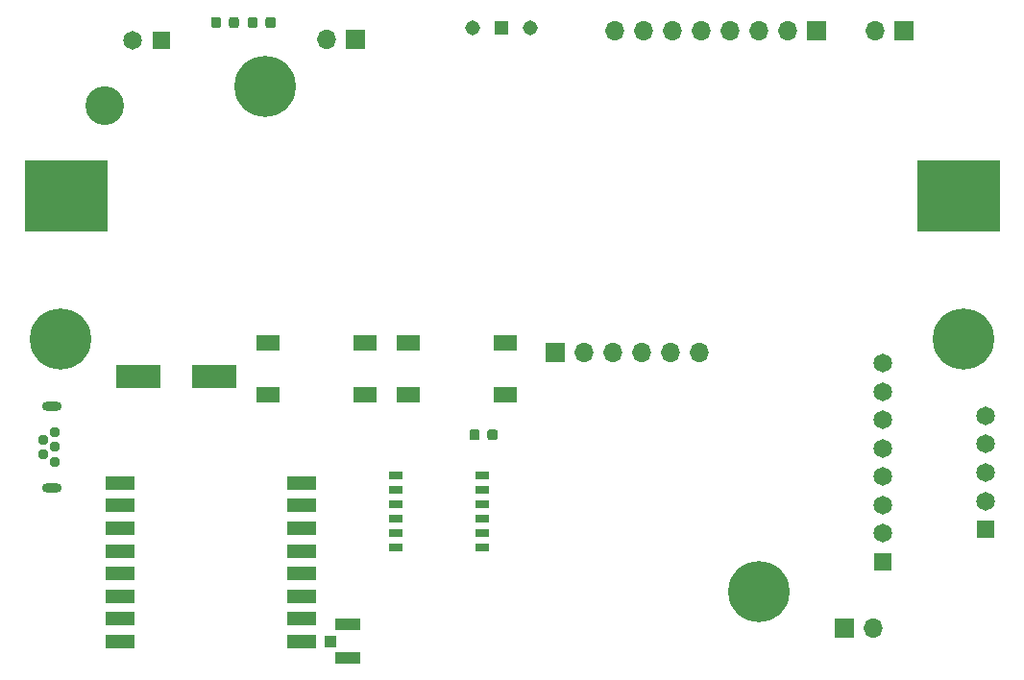
<source format=gts>
G04 #@! TF.GenerationSoftware,KiCad,Pcbnew,5.1.5+dfsg1-2build2*
G04 #@! TF.CreationDate,2022-03-24T14:40:24+01:00*
G04 #@! TF.ProjectId,EcoApi_pcb,45636f41-7069-45f7-9063-622e6b696361,rev?*
G04 #@! TF.SameCoordinates,Original*
G04 #@! TF.FileFunction,Soldermask,Top*
G04 #@! TF.FilePolarity,Negative*
%FSLAX46Y46*%
G04 Gerber Fmt 4.6, Leading zero omitted, Abs format (unit mm)*
G04 Created by KiCad (PCBNEW 5.1.5+dfsg1-2build2) date 2022-03-24 14:40:24*
%MOMM*%
%LPD*%
G04 APERTURE LIST*
%ADD10C,1.650000*%
%ADD11R,1.650000X1.650000*%
%ADD12O,1.700000X1.700000*%
%ADD13R,1.700000X1.700000*%
%ADD14C,1.308000*%
%ADD15R,1.308000X1.308000*%
%ADD16R,2.200000X1.050000*%
%ADD17R,1.050000X1.000000*%
%ADD18C,0.800000*%
%ADD19C,5.400000*%
%ADD20R,2.500000X1.200000*%
%ADD21R,2.100000X1.400000*%
%ADD22R,1.270000X0.760000*%
%ADD23O,1.716000X0.858000*%
%ADD24C,0.948000*%
%ADD25C,0.100000*%
%ADD26R,4.000000X2.150000*%
%ADD27R,7.350000X6.350000*%
%ADD28C,3.406000*%
G04 APERTURE END LIST*
D10*
X216916000Y-69114000D03*
X216916000Y-71614000D03*
X216916000Y-74114000D03*
X216916000Y-76614000D03*
X216916000Y-79114000D03*
X216916000Y-81614000D03*
X216916000Y-84114000D03*
D11*
X216916000Y-86614000D03*
D12*
X193300000Y-39790000D03*
X195840000Y-39790000D03*
X198380000Y-39790000D03*
X200920000Y-39790000D03*
X203460000Y-39790000D03*
X206000000Y-39790000D03*
X208540000Y-39790000D03*
D13*
X211080000Y-39790000D03*
D14*
X185860000Y-39540000D03*
X180780000Y-39540000D03*
D15*
X183320000Y-39540000D03*
D16*
X169760000Y-95085000D03*
D17*
X168235000Y-93610000D03*
D16*
X169760000Y-92135000D03*
D12*
X216140000Y-92450000D03*
D13*
X213600000Y-92450000D03*
D12*
X216250000Y-39790000D03*
D13*
X218790000Y-39790000D03*
D18*
X207481891Y-87818109D03*
X206050000Y-87225000D03*
X204618109Y-87818109D03*
X204025000Y-89250000D03*
X204618109Y-90681891D03*
X206050000Y-91275000D03*
X207481891Y-90681891D03*
X208075000Y-89250000D03*
D19*
X206050000Y-89250000D03*
D18*
X163981891Y-43318109D03*
X162550000Y-42725000D03*
X161118109Y-43318109D03*
X160525000Y-44750000D03*
X161118109Y-46181891D03*
X162550000Y-46775000D03*
X163981891Y-46181891D03*
X164575000Y-44750000D03*
D19*
X162550000Y-44750000D03*
D18*
X225531891Y-65568109D03*
X224100000Y-64975000D03*
X222668109Y-65568109D03*
X222075000Y-67000000D03*
X222668109Y-68431891D03*
X224100000Y-69025000D03*
X225531891Y-68431891D03*
X226125000Y-67000000D03*
D19*
X224100000Y-67000000D03*
D18*
X145931891Y-65568109D03*
X144500000Y-64975000D03*
X143068109Y-65568109D03*
X142475000Y-67000000D03*
X143068109Y-68431891D03*
X144500000Y-69025000D03*
X145931891Y-68431891D03*
X146525000Y-67000000D03*
D19*
X144500000Y-67000000D03*
D20*
X149750000Y-79650000D03*
X149750000Y-81650000D03*
X149750000Y-83650000D03*
X149750000Y-85650000D03*
X149750000Y-87650000D03*
X149750000Y-89650000D03*
X149750000Y-91650000D03*
X149750000Y-93650000D03*
X165750000Y-93650000D03*
X165750000Y-91650000D03*
X165750000Y-89650000D03*
X165750000Y-87650000D03*
X165750000Y-85650000D03*
X165750000Y-83650000D03*
X165750000Y-81650000D03*
X165750000Y-79650000D03*
D21*
X162800000Y-71850000D03*
X171350000Y-71850000D03*
X171350000Y-67350000D03*
X162800000Y-67350000D03*
D22*
X181610000Y-79045000D03*
X181610000Y-80315000D03*
X181610000Y-81585000D03*
X181610000Y-82855000D03*
X181610000Y-84125000D03*
X181610000Y-85395000D03*
X173990000Y-85395000D03*
X173990000Y-84125000D03*
X173990000Y-82855000D03*
X173990000Y-81585000D03*
X173990000Y-80315000D03*
X173990000Y-79045000D03*
D21*
X175150000Y-71850000D03*
X183700000Y-71850000D03*
X183700000Y-67350000D03*
X175150000Y-67350000D03*
D10*
X226050000Y-73750000D03*
X226050000Y-76250000D03*
X226050000Y-78750000D03*
X226050000Y-81250000D03*
D11*
X226050000Y-83750000D03*
D12*
X200800000Y-68150000D03*
X198260000Y-68150000D03*
X195720000Y-68150000D03*
X193180000Y-68150000D03*
X190640000Y-68150000D03*
D13*
X188100000Y-68150000D03*
D12*
X167960000Y-40600000D03*
D13*
X170500000Y-40600000D03*
D10*
X150830000Y-40650000D03*
D11*
X153330000Y-40650000D03*
D23*
X143730000Y-80075000D03*
X143730000Y-72925000D03*
D24*
X143950000Y-77800000D03*
X142950000Y-77150000D03*
X143950000Y-76500000D03*
X142950000Y-75850000D03*
X143950000Y-75200000D03*
D25*
G36*
X182787691Y-74946053D02*
G01*
X182808926Y-74949203D01*
X182829750Y-74954419D01*
X182849962Y-74961651D01*
X182869368Y-74970830D01*
X182887781Y-74981866D01*
X182905024Y-74994654D01*
X182920930Y-75009070D01*
X182935346Y-75024976D01*
X182948134Y-75042219D01*
X182959170Y-75060632D01*
X182968349Y-75080038D01*
X182975581Y-75100250D01*
X182980797Y-75121074D01*
X182983947Y-75142309D01*
X182985000Y-75163750D01*
X182985000Y-75676250D01*
X182983947Y-75697691D01*
X182980797Y-75718926D01*
X182975581Y-75739750D01*
X182968349Y-75759962D01*
X182959170Y-75779368D01*
X182948134Y-75797781D01*
X182935346Y-75815024D01*
X182920930Y-75830930D01*
X182905024Y-75845346D01*
X182887781Y-75858134D01*
X182869368Y-75869170D01*
X182849962Y-75878349D01*
X182829750Y-75885581D01*
X182808926Y-75890797D01*
X182787691Y-75893947D01*
X182766250Y-75895000D01*
X182328750Y-75895000D01*
X182307309Y-75893947D01*
X182286074Y-75890797D01*
X182265250Y-75885581D01*
X182245038Y-75878349D01*
X182225632Y-75869170D01*
X182207219Y-75858134D01*
X182189976Y-75845346D01*
X182174070Y-75830930D01*
X182159654Y-75815024D01*
X182146866Y-75797781D01*
X182135830Y-75779368D01*
X182126651Y-75759962D01*
X182119419Y-75739750D01*
X182114203Y-75718926D01*
X182111053Y-75697691D01*
X182110000Y-75676250D01*
X182110000Y-75163750D01*
X182111053Y-75142309D01*
X182114203Y-75121074D01*
X182119419Y-75100250D01*
X182126651Y-75080038D01*
X182135830Y-75060632D01*
X182146866Y-75042219D01*
X182159654Y-75024976D01*
X182174070Y-75009070D01*
X182189976Y-74994654D01*
X182207219Y-74981866D01*
X182225632Y-74970830D01*
X182245038Y-74961651D01*
X182265250Y-74954419D01*
X182286074Y-74949203D01*
X182307309Y-74946053D01*
X182328750Y-74945000D01*
X182766250Y-74945000D01*
X182787691Y-74946053D01*
G37*
G36*
X181212691Y-74946053D02*
G01*
X181233926Y-74949203D01*
X181254750Y-74954419D01*
X181274962Y-74961651D01*
X181294368Y-74970830D01*
X181312781Y-74981866D01*
X181330024Y-74994654D01*
X181345930Y-75009070D01*
X181360346Y-75024976D01*
X181373134Y-75042219D01*
X181384170Y-75060632D01*
X181393349Y-75080038D01*
X181400581Y-75100250D01*
X181405797Y-75121074D01*
X181408947Y-75142309D01*
X181410000Y-75163750D01*
X181410000Y-75676250D01*
X181408947Y-75697691D01*
X181405797Y-75718926D01*
X181400581Y-75739750D01*
X181393349Y-75759962D01*
X181384170Y-75779368D01*
X181373134Y-75797781D01*
X181360346Y-75815024D01*
X181345930Y-75830930D01*
X181330024Y-75845346D01*
X181312781Y-75858134D01*
X181294368Y-75869170D01*
X181274962Y-75878349D01*
X181254750Y-75885581D01*
X181233926Y-75890797D01*
X181212691Y-75893947D01*
X181191250Y-75895000D01*
X180753750Y-75895000D01*
X180732309Y-75893947D01*
X180711074Y-75890797D01*
X180690250Y-75885581D01*
X180670038Y-75878349D01*
X180650632Y-75869170D01*
X180632219Y-75858134D01*
X180614976Y-75845346D01*
X180599070Y-75830930D01*
X180584654Y-75815024D01*
X180571866Y-75797781D01*
X180560830Y-75779368D01*
X180551651Y-75759962D01*
X180544419Y-75739750D01*
X180539203Y-75718926D01*
X180536053Y-75697691D01*
X180535000Y-75676250D01*
X180535000Y-75163750D01*
X180536053Y-75142309D01*
X180539203Y-75121074D01*
X180544419Y-75100250D01*
X180551651Y-75080038D01*
X180560830Y-75060632D01*
X180571866Y-75042219D01*
X180584654Y-75024976D01*
X180599070Y-75009070D01*
X180614976Y-74994654D01*
X180632219Y-74981866D01*
X180650632Y-74970830D01*
X180670038Y-74961651D01*
X180690250Y-74954419D01*
X180711074Y-74949203D01*
X180732309Y-74946053D01*
X180753750Y-74945000D01*
X181191250Y-74945000D01*
X181212691Y-74946053D01*
G37*
G36*
X160000191Y-38596053D02*
G01*
X160021426Y-38599203D01*
X160042250Y-38604419D01*
X160062462Y-38611651D01*
X160081868Y-38620830D01*
X160100281Y-38631866D01*
X160117524Y-38644654D01*
X160133430Y-38659070D01*
X160147846Y-38674976D01*
X160160634Y-38692219D01*
X160171670Y-38710632D01*
X160180849Y-38730038D01*
X160188081Y-38750250D01*
X160193297Y-38771074D01*
X160196447Y-38792309D01*
X160197500Y-38813750D01*
X160197500Y-39326250D01*
X160196447Y-39347691D01*
X160193297Y-39368926D01*
X160188081Y-39389750D01*
X160180849Y-39409962D01*
X160171670Y-39429368D01*
X160160634Y-39447781D01*
X160147846Y-39465024D01*
X160133430Y-39480930D01*
X160117524Y-39495346D01*
X160100281Y-39508134D01*
X160081868Y-39519170D01*
X160062462Y-39528349D01*
X160042250Y-39535581D01*
X160021426Y-39540797D01*
X160000191Y-39543947D01*
X159978750Y-39545000D01*
X159541250Y-39545000D01*
X159519809Y-39543947D01*
X159498574Y-39540797D01*
X159477750Y-39535581D01*
X159457538Y-39528349D01*
X159438132Y-39519170D01*
X159419719Y-39508134D01*
X159402476Y-39495346D01*
X159386570Y-39480930D01*
X159372154Y-39465024D01*
X159359366Y-39447781D01*
X159348330Y-39429368D01*
X159339151Y-39409962D01*
X159331919Y-39389750D01*
X159326703Y-39368926D01*
X159323553Y-39347691D01*
X159322500Y-39326250D01*
X159322500Y-38813750D01*
X159323553Y-38792309D01*
X159326703Y-38771074D01*
X159331919Y-38750250D01*
X159339151Y-38730038D01*
X159348330Y-38710632D01*
X159359366Y-38692219D01*
X159372154Y-38674976D01*
X159386570Y-38659070D01*
X159402476Y-38644654D01*
X159419719Y-38631866D01*
X159438132Y-38620830D01*
X159457538Y-38611651D01*
X159477750Y-38604419D01*
X159498574Y-38599203D01*
X159519809Y-38596053D01*
X159541250Y-38595000D01*
X159978750Y-38595000D01*
X160000191Y-38596053D01*
G37*
G36*
X158425191Y-38596053D02*
G01*
X158446426Y-38599203D01*
X158467250Y-38604419D01*
X158487462Y-38611651D01*
X158506868Y-38620830D01*
X158525281Y-38631866D01*
X158542524Y-38644654D01*
X158558430Y-38659070D01*
X158572846Y-38674976D01*
X158585634Y-38692219D01*
X158596670Y-38710632D01*
X158605849Y-38730038D01*
X158613081Y-38750250D01*
X158618297Y-38771074D01*
X158621447Y-38792309D01*
X158622500Y-38813750D01*
X158622500Y-39326250D01*
X158621447Y-39347691D01*
X158618297Y-39368926D01*
X158613081Y-39389750D01*
X158605849Y-39409962D01*
X158596670Y-39429368D01*
X158585634Y-39447781D01*
X158572846Y-39465024D01*
X158558430Y-39480930D01*
X158542524Y-39495346D01*
X158525281Y-39508134D01*
X158506868Y-39519170D01*
X158487462Y-39528349D01*
X158467250Y-39535581D01*
X158446426Y-39540797D01*
X158425191Y-39543947D01*
X158403750Y-39545000D01*
X157966250Y-39545000D01*
X157944809Y-39543947D01*
X157923574Y-39540797D01*
X157902750Y-39535581D01*
X157882538Y-39528349D01*
X157863132Y-39519170D01*
X157844719Y-39508134D01*
X157827476Y-39495346D01*
X157811570Y-39480930D01*
X157797154Y-39465024D01*
X157784366Y-39447781D01*
X157773330Y-39429368D01*
X157764151Y-39409962D01*
X157756919Y-39389750D01*
X157751703Y-39368926D01*
X157748553Y-39347691D01*
X157747500Y-39326250D01*
X157747500Y-38813750D01*
X157748553Y-38792309D01*
X157751703Y-38771074D01*
X157756919Y-38750250D01*
X157764151Y-38730038D01*
X157773330Y-38710632D01*
X157784366Y-38692219D01*
X157797154Y-38674976D01*
X157811570Y-38659070D01*
X157827476Y-38644654D01*
X157844719Y-38631866D01*
X157863132Y-38620830D01*
X157882538Y-38611651D01*
X157902750Y-38604419D01*
X157923574Y-38599203D01*
X157944809Y-38596053D01*
X157966250Y-38595000D01*
X158403750Y-38595000D01*
X158425191Y-38596053D01*
G37*
G36*
X161652691Y-38596053D02*
G01*
X161673926Y-38599203D01*
X161694750Y-38604419D01*
X161714962Y-38611651D01*
X161734368Y-38620830D01*
X161752781Y-38631866D01*
X161770024Y-38644654D01*
X161785930Y-38659070D01*
X161800346Y-38674976D01*
X161813134Y-38692219D01*
X161824170Y-38710632D01*
X161833349Y-38730038D01*
X161840581Y-38750250D01*
X161845797Y-38771074D01*
X161848947Y-38792309D01*
X161850000Y-38813750D01*
X161850000Y-39326250D01*
X161848947Y-39347691D01*
X161845797Y-39368926D01*
X161840581Y-39389750D01*
X161833349Y-39409962D01*
X161824170Y-39429368D01*
X161813134Y-39447781D01*
X161800346Y-39465024D01*
X161785930Y-39480930D01*
X161770024Y-39495346D01*
X161752781Y-39508134D01*
X161734368Y-39519170D01*
X161714962Y-39528349D01*
X161694750Y-39535581D01*
X161673926Y-39540797D01*
X161652691Y-39543947D01*
X161631250Y-39545000D01*
X161193750Y-39545000D01*
X161172309Y-39543947D01*
X161151074Y-39540797D01*
X161130250Y-39535581D01*
X161110038Y-39528349D01*
X161090632Y-39519170D01*
X161072219Y-39508134D01*
X161054976Y-39495346D01*
X161039070Y-39480930D01*
X161024654Y-39465024D01*
X161011866Y-39447781D01*
X161000830Y-39429368D01*
X160991651Y-39409962D01*
X160984419Y-39389750D01*
X160979203Y-39368926D01*
X160976053Y-39347691D01*
X160975000Y-39326250D01*
X160975000Y-38813750D01*
X160976053Y-38792309D01*
X160979203Y-38771074D01*
X160984419Y-38750250D01*
X160991651Y-38730038D01*
X161000830Y-38710632D01*
X161011866Y-38692219D01*
X161024654Y-38674976D01*
X161039070Y-38659070D01*
X161054976Y-38644654D01*
X161072219Y-38631866D01*
X161090632Y-38620830D01*
X161110038Y-38611651D01*
X161130250Y-38604419D01*
X161151074Y-38599203D01*
X161172309Y-38596053D01*
X161193750Y-38595000D01*
X161631250Y-38595000D01*
X161652691Y-38596053D01*
G37*
G36*
X163227691Y-38596053D02*
G01*
X163248926Y-38599203D01*
X163269750Y-38604419D01*
X163289962Y-38611651D01*
X163309368Y-38620830D01*
X163327781Y-38631866D01*
X163345024Y-38644654D01*
X163360930Y-38659070D01*
X163375346Y-38674976D01*
X163388134Y-38692219D01*
X163399170Y-38710632D01*
X163408349Y-38730038D01*
X163415581Y-38750250D01*
X163420797Y-38771074D01*
X163423947Y-38792309D01*
X163425000Y-38813750D01*
X163425000Y-39326250D01*
X163423947Y-39347691D01*
X163420797Y-39368926D01*
X163415581Y-39389750D01*
X163408349Y-39409962D01*
X163399170Y-39429368D01*
X163388134Y-39447781D01*
X163375346Y-39465024D01*
X163360930Y-39480930D01*
X163345024Y-39495346D01*
X163327781Y-39508134D01*
X163309368Y-39519170D01*
X163289962Y-39528349D01*
X163269750Y-39535581D01*
X163248926Y-39540797D01*
X163227691Y-39543947D01*
X163206250Y-39545000D01*
X162768750Y-39545000D01*
X162747309Y-39543947D01*
X162726074Y-39540797D01*
X162705250Y-39535581D01*
X162685038Y-39528349D01*
X162665632Y-39519170D01*
X162647219Y-39508134D01*
X162629976Y-39495346D01*
X162614070Y-39480930D01*
X162599654Y-39465024D01*
X162586866Y-39447781D01*
X162575830Y-39429368D01*
X162566651Y-39409962D01*
X162559419Y-39389750D01*
X162554203Y-39368926D01*
X162551053Y-39347691D01*
X162550000Y-39326250D01*
X162550000Y-38813750D01*
X162551053Y-38792309D01*
X162554203Y-38771074D01*
X162559419Y-38750250D01*
X162566651Y-38730038D01*
X162575830Y-38710632D01*
X162586866Y-38692219D01*
X162599654Y-38674976D01*
X162614070Y-38659070D01*
X162629976Y-38644654D01*
X162647219Y-38631866D01*
X162665632Y-38620830D01*
X162685038Y-38611651D01*
X162705250Y-38604419D01*
X162726074Y-38599203D01*
X162747309Y-38596053D01*
X162768750Y-38595000D01*
X163206250Y-38595000D01*
X163227691Y-38596053D01*
G37*
D26*
X158000000Y-70250000D03*
X151300000Y-70250000D03*
D27*
X223630000Y-54400000D03*
X144970000Y-54400000D03*
D28*
X148370000Y-46400000D03*
M02*

</source>
